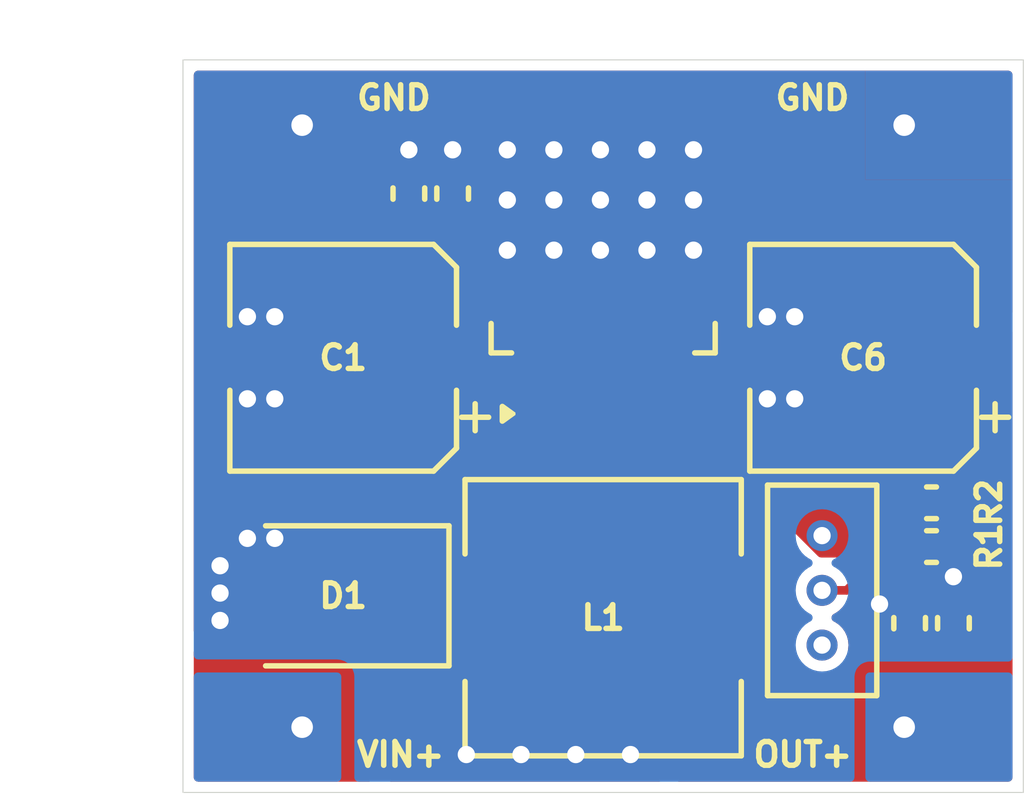
<source format=kicad_pcb>
(kicad_pcb (version 20240108) (generator "pcbnew") (generator_version "8.0")
  (layers (0 "F.Cu" signal) (31 "B.Cu" signal) (34 "B.Paste" user) (35 "F.Paste" user) (36 "B.SilkS" user "B.Silkscreen") (37 "F.SilkS" user "F.Silkscreen") (38 "B.Mask" user) (39 "F.Mask" user) (44 "Edge.Cuts" user))
  (net 0 "")
  (net 1 "GND")
  (net 2 "VIN")
  (net 3 "VOUT")
  (net 4 "/TRIM")
  (net 5 "FB")
  (net 7 "/OUT")
  (footprint "Capacitor_SMD:CP_Elec_10x10" (layer "F.Cu") (at 177.165 74.295 180)
    (property "Reference" "C6" (at 0 0 360) (layer "F.SilkS") (effects (font (size 1.1 1.1) (thickness 0.254))))
    (property "Value" ">330u")
    (fp_line (start 5.26 5.26) (end 5.26 1.51) (stroke (width 0.254)) (layer "F.SilkS"))
    (fp_line (start 5.26 -5.26) (end 5.26 -1.51) (stroke (width 0.254)) (layer "F.SilkS"))
    (fp_line (start -4.195563 5.26) (end 5.26 5.26) (stroke (width 0.254)) (layer "F.SilkS"))
    (fp_line (start -4.195563 -5.26) (end 5.26 -5.26) (stroke (width 0.254)) (layer "F.SilkS"))
    (fp_line (start -5.26 4.195563) (end -4.195563 5.26) (stroke (width 0.254)) (layer "F.SilkS"))
    (fp_line (start -5.26 4.195563) (end -5.26 1.51) (stroke (width 0.254)) (layer "F.SilkS"))
    (fp_line (start -5.26 -4.195563) (end -4.195563 -5.26) (stroke (width 0.254)) (layer "F.SilkS"))
    (fp_line (start -5.26 -4.195563) (end -5.26 -1.51) (stroke (width 0.254)) (layer "F.SilkS"))
    (fp_line (start -6.125 -3.384999) (end -6.125 -2.135) (stroke (width 0.254)) (layer "F.SilkS"))
    (fp_line (start -6.75 -2.76) (end -5.5 -2.76) (stroke (width 0.254)) (layer "F.SilkS"))
    (pad "1" smd roundrect (at -4 0 180) (size 4 2.5) (layers "F.Cu" "F.Paste" "F.Mask") (roundrect_rratio 0.1) (net 3 "VOUT"))
    (pad "2" smd roundrect (at 4 0 180) (size 4 2.5) (layers "F.Cu" "F.Paste" "F.Mask") (roundrect_rratio 0.1) (net 1 "GND"))
  )
  (footprint "Capacitor_SMD:CP_Elec_10x10" (layer "F.Cu") (at 153.035 74.295 180)
    (property "Reference" "C1" (at 0 0 360) (layer "F.SilkS") (effects (font (size 1.1 1.1) (thickness 0.254))))
    (property "Value" ">100u")
    (fp_line (start 5.26 5.26) (end 5.26 1.51) (stroke (width 0.254)) (layer "F.SilkS"))
    (fp_line (start 5.26 -5.26) (end 5.26 -1.51) (stroke (width 0.254)) (layer "F.SilkS"))
    (fp_line (start -4.195563 5.26) (end 5.26 5.26) (stroke (width 0.254)) (layer "F.SilkS"))
    (fp_line (start -4.195563 -5.26) (end 5.26 -5.26) (stroke (width 0.254)) (layer "F.SilkS"))
    (fp_line (start -5.26 4.195563) (end -4.195563 5.26) (stroke (width 0.254)) (layer "F.SilkS"))
    (fp_line (start -5.26 4.195563) (end -5.26 1.51) (stroke (width 0.254)) (layer "F.SilkS"))
    (fp_line (start -5.26 -4.195563) (end -4.195563 -5.26) (stroke (width 0.254)) (layer "F.SilkS"))
    (fp_line (start -5.26 -4.195563) (end -5.26 -1.51) (stroke (width 0.254)) (layer "F.SilkS"))
    (fp_line (start -6.125 -3.384999) (end -6.125 -2.135) (stroke (width 0.254)) (layer "F.SilkS"))
    (fp_line (start -6.75 -2.76) (end -5.5 -2.76) (stroke (width 0.254)) (layer "F.SilkS"))
    (pad "1" smd roundrect (at -4 0 180) (size 4 2.5) (layers "F.Cu" "F.Paste" "F.Mask") (roundrect_rratio 0.1) (net 2 "VIN"))
    (pad "2" smd roundrect (at 4 0 180) (size 4 2.5) (layers "F.Cu" "F.Paste" "F.Mask") (roundrect_rratio 0.1) (net 1 "GND"))
  )
  (footprint "Capacitor_SMD:C_0805_2012Metric" (layer "F.Cu") (at 158.115 66.675 90)
    (property "Reference" "C2" (hide yes))
    (property "Value" "10u")
    (fp_line (start -0.261253 -0.735) (end 0.261253 -0.735) (stroke (width 0.254)) (layer "F.SilkS"))
    (fp_line (start -0.261253 0.735) (end 0.261253 0.735) (stroke (width 0.254)) (layer "F.SilkS"))
    (pad "1" smd roundrect (at -0.949999 0 90) (size 1 1.45) (layers "F.Cu" "F.Paste" "F.Mask") (net 2 "VIN"))
    (pad "2" smd roundrect (at 0.949999 0 90) (size 1 1.45) (layers "F.Cu" "F.Paste" "F.Mask") (net 1 "GND"))
  )
  (footprint "Capacitor_SMD:C_0805_2012Metric" (layer "F.Cu") (at 181.356 86.614 90)
    (property "Reference" "C4" (hide yes))
    (property "Value" ".1u")
    (fp_line (start -0.261253 -0.735) (end 0.261253 -0.735) (stroke (width 0.254)) (layer "F.SilkS"))
    (fp_line (start -0.261253 0.735) (end 0.261253 0.735) (stroke (width 0.254)) (layer "F.SilkS"))
    (pad "1" smd roundrect (at -0.949999 0 90) (size 1 1.45) (layers "F.Cu" "F.Paste" "F.Mask") (net 3 "VOUT"))
    (pad "2" smd roundrect (at 0.949999 0 90) (size 1 1.45) (layers "F.Cu" "F.Paste" "F.Mask") (net 1 "GND"))
  )
  (footprint "Capacitor_SMD:C_0805_2012Metric" (layer "F.Cu") (at 179.324 86.614 90)
    (property "Reference" "C5" (hide yes))
    (property "Value" "10u")
    (fp_line (start -0.261253 -0.735) (end 0.261253 -0.735) (stroke (width 0.254)) (layer "F.SilkS"))
    (fp_line (start -0.261253 0.735) (end 0.261253 0.735) (stroke (width 0.254)) (layer "F.SilkS"))
    (pad "1" smd roundrect (at -0.949999 0 90) (size 1 1.45) (layers "F.Cu" "F.Paste" "F.Mask") (net 3 "VOUT"))
    (pad "2" smd roundrect (at 0.949999 0 90) (size 1 1.45) (layers "F.Cu" "F.Paste" "F.Mask") (net 1 "GND"))
  )
  (footprint "Connector_PinHeader_2.54mm:PinHeader_1x01_P2.54mm_Vertical" (layer "F.Cu") (at 179.07 91.44)
    (property "Reference" "J3" (hide yes))
    (property "Value" "Conn_01x01")
    (pad "1" thru_hole rect (at 0 0) (size 1.7 1.7) (drill 1) (layers "*.Cu" "*.Mask" "In1.Cu" "In2.Cu" "In3.Cu" "In4.Cu" "In5.Cu" "In6.Cu" "In7.Cu" "In8.Cu" "In9.Cu" "In10.Cu" "In11.Cu" "In12.Cu" "In13.Cu" "In14.Cu" "In15.Cu" "In16.Cu" "In17.Cu" "In18.Cu" "In19.Cu" "In20.Cu" "In21.Cu" "In22.Cu" "In23.Cu" "In24.Cu" "In25.Cu" "In26.Cu" "In27.Cu" "In28.Cu" "In29.Cu" "In30.Cu") (net 3 "VOUT"))
  )
  (footprint "Inductor_SMD:L_SXN_SMDRI127" (layer "F.Cu") (at 165.1 86.36)
    (property "Reference" "L1" (at 0 0 0) (layer "F.SilkS") (effects (font (size 1.1 1.1) (thickness 0.254))))
    (property "Value" "330u")
    (fp_line (start -6.41 -6.41) (end -6.41 -2.96) (stroke (width 0.254)) (layer "F.SilkS"))
    (fp_line (start -6.41 -6.41) (end 6.41 -6.41) (stroke (width 0.254)) (layer "F.SilkS"))
    (fp_line (start -6.41 6.41) (end -6.41 2.96) (stroke (width 0.254)) (layer "F.SilkS"))
    (fp_line (start -6.41 6.41) (end 6.41 6.41) (stroke (width 0.254)) (layer "F.SilkS"))
    (fp_line (start 6.41 -6.41) (end 6.41 -2.96) (stroke (width 0.254)) (layer "F.SilkS"))
    (fp_line (start 6.41 6.41) (end 6.41 2.96) (stroke (width 0.254)) (layer "F.SilkS"))
    (pad "1" smd roundrect (at -4.95 0) (size 2.9 5.4) (layers "F.Cu" "F.Paste" "F.Mask") (roundrect_rratio 0.086207) (net 7 "/OUT"))
    (pad "2" smd roundrect (at 4.95 0) (size 2.9 5.4) (layers "F.Cu" "F.Paste" "F.Mask") (roundrect_rratio 0.086207) (net 3 "VOUT"))
  )
  (footprint "Resistor_SMD:R_0805_2012Metric" (layer "F.Cu") (at 180.34 81.026 180)
    (property "Reference" "R2" (at -2.667 0 90) (layer "F.SilkS") (effects (font (size 1.1 1.1) (thickness 0.254))))
    (property "Value" "1k5")
    (fp_line (start -0.227064 0.735) (end 0.227064 0.735) (stroke (width 0.254)) (layer "F.SilkS"))
    (fp_line (start -0.227064 -0.735) (end 0.227064 -0.735) (stroke (width 0.254)) (layer "F.SilkS"))
    (pad "1" smd roundrect (at -0.9125 0 180) (size 1.025 1.4) (layers "F.Cu" "F.Paste" "F.Mask") (roundrect_rratio 0.243902) (net 3 "VOUT"))
    (pad "2" smd roundrect (at 0.9125 0 180) (size 1.025 1.4) (layers "F.Cu" "F.Paste" "F.Mask") (roundrect_rratio 0.243902) (net 5 "FB"))
  )
  (footprint "Resistor_SMD:R_0805_2012Metric" (layer "F.Cu") (at 180.34 83.058)
    (property "Reference" "R1" (at 2.667 0 90) (layer "F.SilkS") (effects (font (size 1.1 1.1) (thickness 0.254))))
    (property "Value" "1k")
    (fp_line (start -0.227064 -0.735) (end 0.227064 -0.735) (stroke (width 0.254)) (layer "F.SilkS"))
    (fp_line (start -0.227064 0.735) (end 0.227064 0.735) (stroke (width 0.254)) (layer "F.SilkS"))
    (pad "1" smd roundrect (at -0.9125 0) (size 1.025 1.4) (layers "F.Cu" "F.Paste" "F.Mask") (roundrect_rratio 0.243902) (net 4 "/TRIM"))
    (pad "2" smd roundrect (at 0.9125 0) (size 1.025 1.4) (layers "F.Cu" "F.Paste" "F.Mask") (roundrect_rratio 0.243902) (net 1 "GND"))
  )
  (footprint "Potentiometer_THT:Potentiometer_Bourns_3296W_Vertical" (layer "F.Cu") (at 175.26 82.55 90)
    (property "Reference" "RV1" (hide yes))
    (property "Value" "10k")
    (fp_line (start 2.345 -2.53) (end 2.345 2.54) (stroke (width 0.254)) (layer "F.SilkS"))
    (fp_line (start -7.425 -2.53) (end 2.345 -2.53) (stroke (width 0.254)) (layer "F.SilkS"))
    (fp_line (start -7.425 -2.53) (end -7.425 2.54) (stroke (width 0.254)) (layer "F.SilkS"))
    (fp_line (start -7.425 2.54) (end 2.345 2.54) (stroke (width 0.254)) (layer "F.SilkS"))
    (pad "1" thru_hole circle (at 0 0 90) (size 1.44 1.44) (drill 0.8) (layers "*.Cu" "*.Mask" "In1.Cu" "In2.Cu" "In3.Cu" "In4.Cu" "In5.Cu" "In6.Cu" "In7.Cu" "In8.Cu" "In9.Cu" "In10.Cu" "In11.Cu" "In12.Cu" "In13.Cu" "In14.Cu" "In15.Cu" "In16.Cu" "In17.Cu" "In18.Cu" "In19.Cu" "In20.Cu" "In21.Cu" "In22.Cu" "In23.Cu" "In24.Cu" "In25.Cu" "In26.Cu" "In27.Cu" "In28.Cu" "In29.Cu" "In30.Cu") (net 5 "FB"))
    (pad "2" thru_hole circle (at -2.54 0 90) (size 1.44 1.44) (drill 0.8) (layers "*.Cu" "*.Mask" "In1.Cu" "In2.Cu" "In3.Cu" "In4.Cu" "In5.Cu" "In6.Cu" "In7.Cu" "In8.Cu" "In9.Cu" "In10.Cu" "In11.Cu" "In12.Cu" "In13.Cu" "In14.Cu" "In15.Cu" "In16.Cu" "In17.Cu" "In18.Cu" "In19.Cu" "In20.Cu" "In21.Cu" "In22.Cu" "In23.Cu" "In24.Cu" "In25.Cu" "In26.Cu" "In27.Cu" "In28.Cu" "In29.Cu" "In30.Cu") (net 4 "/TRIM"))
    (pad "3" thru_hole circle (at -5.079999 0 90) (size 1.44 1.44) (drill 0.8) (layers "*.Cu" "*.Mask" "In1.Cu" "In2.Cu" "In3.Cu" "In4.Cu" "In5.Cu" "In6.Cu" "In7.Cu" "In8.Cu" "In9.Cu" "In10.Cu" "In11.Cu" "In12.Cu" "In13.Cu" "In14.Cu" "In15.Cu" "In16.Cu" "In17.Cu" "In18.Cu" "In19.Cu" "In20.Cu" "In21.Cu" "In22.Cu" "In23.Cu" "In24.Cu" "In25.Cu" "In26.Cu" "In27.Cu" "In28.Cu" "In29.Cu" "In30.Cu"))
  )
  (footprint "Connector_PinHeader_2.54mm:PinHeader_1x01_P2.54mm_Vertical" (layer "F.Cu") (at 179.07 63.5)
    (property "Reference" "J4" (hide yes))
    (property "Value" "Conn_01x01")
    (pad "1" thru_hole rect (at 0 0) (size 1.7 1.7) (drill 1) (layers "*.Cu" "*.Mask" "In1.Cu" "In2.Cu" "In3.Cu" "In4.Cu" "In5.Cu" "In6.Cu" "In7.Cu" "In8.Cu" "In9.Cu" "In10.Cu" "In11.Cu" "In12.Cu" "In13.Cu" "In14.Cu" "In15.Cu" "In16.Cu" "In17.Cu" "In18.Cu" "In19.Cu" "In20.Cu" "In21.Cu" "In22.Cu" "In23.Cu" "In24.Cu" "In25.Cu" "In26.Cu" "In27.Cu" "In28.Cu" "In29.Cu" "In30.Cu") (net 1 "GND"))
  )
  (footprint "Package_TO_SOT_SMD:TO-263-5_TabPin3" (layer "F.Cu") (at 165.1 69.245 90)
    (property "Reference" "U1" (hide yes))
    (property "Value" "LM2576HVS-ADJ")
    (fp_line (start -3.46 -5.2) (end -4.825 -5.2) (stroke (width 0.254)) (layer "F.SilkS"))
    (fp_line (start -4.825 -5.2) (end -4.825 -4.25) (stroke (width 0.254)) (layer "F.SilkS"))
    (fp_line (start -3.46 5.2) (end -4.825 5.2) (stroke (width 0.254)) (layer "F.SilkS"))
    (fp_line (start -4.825 5.2) (end -4.825 4.25) (stroke (width 0.254)) (layer "F.SilkS"))
    (fp_poly (pts (xy -7.649999 -4.21) (xy -7.99 -4.68) (xy -7.31 -4.68) (xy -7.649999 -4.21)) (stroke (width 0.254)) (fill solid) (layer "F.SilkS"))
    (pad "1" smd roundrect (at -7.65 -3.4 90) (size 4.6 1.07) (layers "F.Cu" "F.Paste" "F.Mask") (roundrect_rratio 0.227273) (net 2 "VIN"))
    (pad "2" smd roundrect (at -7.649999 -1.7 90) (size 4.6 1.07) (layers "F.Cu" "F.Paste" "F.Mask") (roundrect_rratio 0.227273) (net 7 "/OUT"))
    (pad "3" smd roundrect (at -7.65 0 90) (size 4.6 1.07) (layers "F.Cu" "F.Paste" "F.Mask") (roundrect_rratio 0.227273) (net 1 "GND"))
    (pad "3" smd roundrect (at -0.925 -2.775 90) (size 4.55 5.25) (layers "F.Cu" "F.Paste") (roundrect_rratio 0.054945) (net 1 "GND"))
    (pad "3" smd roundrect (at -0.925 2.775 90) (size 4.55 5.25) (layers "F.Cu" "F.Paste") (roundrect_rratio 0.054945) (net 1 "GND"))
    (pad "3" smd roundrect (at 1.5 0 90) (size 9.4 10.8) (layers "*.Mask" "F.Cu") (roundrect_rratio 0.026596) (net 1 "GND"))
    (pad "3" smd roundrect (at 3.925 -2.775 90) (size 4.55 5.25) (layers "F.Cu" "F.Paste") (roundrect_rratio 0.054945) (net 1 "GND"))
    (pad "3" smd roundrect (at 3.925 2.775 90) (size 4.55 5.25) (layers "F.Cu" "F.Paste") (roundrect_rratio 0.054945) (net 1 "GND"))
    (pad "4" smd roundrect (at -7.649999 1.7 90) (size 4.6 1.07) (layers "F.Cu" "F.Paste" "F.Mask") (roundrect_rratio 0.227273) (net 5 "FB"))
    (pad "5" smd roundrect (at -7.65 3.4 90) (size 4.6 1.07) (layers "F.Cu" "F.Paste" "F.Mask") (roundrect_rratio 0.227273) (net 1 "GND"))
  )
  (footprint "Diode_SMD:D_SMC" (layer "F.Cu") (at 153.035 85.344 180)
    (property "Reference" "D1" (at 0 0 360) (layer "F.SilkS") (effects (font (size 1.1 1.1) (thickness 0.254))))
    (property "Value" ">3 A")
    (fp_line (start -4.91 3.25) (end 3.599999 3.25) (stroke (width 0.254)) (layer "F.SilkS"))
    (fp_line (start -4.91 3.25) (end -4.91 -3.25) (stroke (width 0.254)) (layer "F.SilkS"))
    (fp_line (start -4.91 -3.25) (end 3.599999 -3.25) (stroke (width 0.254)) (layer "F.SilkS"))
    (pad "1" smd roundrect (at -3.4 0 270) (size 3.3 2.5) (layers "F.Cu" "F.Paste" "F.Mask") (roundrect_rratio 0.1) (net 7 "/OUT"))
    (pad "2" smd roundrect (at 3.4 0 270) (size 3.3 2.5) (layers "F.Cu" "F.Paste" "F.Mask") (roundrect_rratio 0.1) (net 1 "GND"))
  )
  (footprint "Capacitor_SMD:C_0805_2012Metric" (layer "F.Cu") (at 156.083 66.675 90)
    (property "Reference" "C3" (hide yes))
    (property "Value" ".1u")
    (fp_line (start -0.261253 -0.735) (end 0.261253 -0.735) (stroke (width 0.254)) (layer "F.SilkS"))
    (fp_line (start -0.261253 0.735) (end 0.261253 0.735) (stroke (width 0.254)) (layer "F.SilkS"))
    (pad "1" smd roundrect (at -0.949999 0 90) (size 1 1.45) (layers "F.Cu" "F.Paste" "F.Mask") (net 2 "VIN"))
    (pad "2" smd roundrect (at 0.949999 0 90) (size 1 1.45) (layers "F.Cu" "F.Paste" "F.Mask") (net 1 "GND"))
  )
  (footprint "Connector_PinHeader_2.54mm:PinHeader_1x01_P2.54mm_Vertical" (layer "F.Cu") (at 151.13 63.5)
    (property "Reference" "J2" (hide yes))
    (property "Value" "Conn_01x01")
    (pad "1" thru_hole rect (at 0 0) (size 1.7 1.7) (drill 1) (layers "*.Cu" "*.Mask" "In1.Cu" "In2.Cu" "In3.Cu" "In4.Cu" "In5.Cu" "In6.Cu" "In7.Cu" "In8.Cu" "In9.Cu" "In10.Cu" "In11.Cu" "In12.Cu" "In13.Cu" "In14.Cu" "In15.Cu" "In16.Cu" "In17.Cu" "In18.Cu" "In19.Cu" "In20.Cu" "In21.Cu" "In22.Cu" "In23.Cu" "In24.Cu" "In25.Cu" "In26.Cu" "In27.Cu" "In28.Cu" "In29.Cu" "In30.Cu") (net 1 "GND"))
  )
  (footprint "Connector_PinHeader_2.54mm:PinHeader_1x01_P2.54mm_Vertical" (layer "F.Cu") (at 151.13 91.44)
    (property "Reference" "J1" (hide yes))
    (property "Value" "Conn_01x01")
    (pad "1" thru_hole rect (at 0 0) (size 1.7 1.7) (drill 1) (layers "*.Cu" "*.Mask" "In1.Cu" "In2.Cu" "In3.Cu" "In4.Cu" "In5.Cu" "In6.Cu" "In7.Cu" "In8.Cu" "In9.Cu" "In10.Cu" "In11.Cu" "In12.Cu" "In13.Cu" "In14.Cu" "In15.Cu" "In16.Cu" "In17.Cu" "In18.Cu" "In19.Cu" "In20.Cu" "In21.Cu" "In22.Cu" "In23.Cu" "In24.Cu" "In25.Cu" "In26.Cu" "In27.Cu" "In28.Cu" "In29.Cu" "In30.Cu") (net 2 "VIN"))
  )
  (gr_rect (start 145.6 60.47) (end 184.6 94.47) (stroke (width 0.05)) (fill none) (layer "Edge.Cuts"))
  (gr_text "VIN+" (at 153.543 92.71 0) (layer "F.SilkS") (effects (font (size 1.1 1.1) (thickness 0.254) (bold yes)) (justify left)))
  (gr_text "OUT+" (at 176.784 92.71 0) (layer "F.SilkS") (effects (font (size 1.1 1.1) (thickness 0.254) (bold yes)) (justify right)))
  (gr_text "GND" (at 153.543 62.23 0) (layer "F.SilkS") (effects (font (size 1.1 1.1) (thickness 0.254) (bold yes)) (justify left)))
  (gr_text "GND" (at 176.657 62.23 0) (layer "F.SilkS") (effects (font (size 1.1 1.1) (thickness 0.254) (bold yes)) (justify right)))
  (via (at 149.86 76.2) (size 1.27) (drill 0.8) (layers "F.Cu" "B.Cu") (net 1))
  (via (at 158.75 92.71) (size 1.27) (drill 0.8) (layers "F.Cu" "B.Cu") (net 1))
  (via (at 166.37 92.71) (size 1.27) (drill 0.8) (layers "F.Cu" "B.Cu") (net 1))
  (via (at 169.293 64.643) (size 1.27) (drill 0.8) (layers "F.Cu" "B.Cu") (net 1))
  (via (at 172.72 72.39) (size 1.27) (drill 0.8) (layers "F.Cu" "B.Cu") (net 1))
  (via (at 164.973 69.303) (size 1.27) (drill 0.8) (layers "F.Cu" "B.Cu") (net 1))
  (via (at 163.83 92.71) (size 1.27) (drill 0.8) (layers "F.Cu" "B.Cu") (net 1))
  (via (at 147.32 83.947) (size 1.27) (drill 0.8) (layers "F.Cu" "B.Cu") (net 1))
  (via (at 148.59 76.2) (size 1.27) (drill 0.8) (layers "F.Cu" "B.Cu") (net 1))
  (via (at 164.973 64.643) (size 1.27) (drill 0.8) (layers "F.Cu" "B.Cu") (net 1))
  (via (at 173.99 72.39) (size 1.27) (drill 0.8) (layers "F.Cu" "B.Cu") (net 1))
  (via (at 177.927 85.725) (size 1.27) (drill 0.8) (layers "F.Cu" "B.Cu") (net 1))
  (via (at 148.59 82.677) (size 1.27) (drill 0.8) (layers "F.Cu" "B.Cu") (net 1))
  (via (at 181.356 84.455) (size 1.27) (drill 0.8) (layers "F.Cu" "B.Cu") (net 1))
  (via (at 149.86 72.39) (size 1.27) (drill 0.8) (layers "F.Cu" "B.Cu") (net 1))
  (via (at 172.72 76.2) (size 1.27) (drill 0.8) (layers "F.Cu" "B.Cu") (net 1))
  (via (at 147.32 85.217) (size 1.27) (drill 0.8) (layers "F.Cu" "B.Cu") (net 1))
  (via (at 148.59 72.39) (size 1.27) (drill 0.8) (layers "F.Cu" "B.Cu") (net 1))
  (via (at 160.653 69.303) (size 1.27) (drill 0.8) (layers "F.Cu" "B.Cu") (net 1))
  (via (at 162.813 69.303) (size 1.27) (drill 0.8) (layers "F.Cu" "B.Cu") (net 1))
  (via (at 164.973 66.973) (size 1.27) (drill 0.8) (layers "F.Cu" "B.Cu") (net 1))
  (via (at 169.293 69.303) (size 1.27) (drill 0.8) (layers "F.Cu" "B.Cu") (net 1))
  (via (at 162.813 66.973) (size 1.27) (drill 0.8) (layers "F.Cu" "B.Cu") (net 1))
  (via (at 169.293 66.973) (size 1.27) (drill 0.8) (layers "F.Cu" "B.Cu") (net 1))
  (via (at 167.133 64.643) (size 1.27) (drill 0.8) (layers "F.Cu" "B.Cu") (net 1))
  (via (at 149.86 82.677) (size 1.27) (drill 0.8) (layers "F.Cu" "B.Cu") (net 1))
  (via (at 162.813 64.643) (size 1.27) (drill 0.8) (layers "F.Cu" "B.Cu") (net 1))
  (via (at 147.32 86.487) (size 1.27) (drill 0.8) (layers "F.Cu" "B.Cu") (net 1))
  (via (at 156.083 64.643) (size 1.27) (drill 0.8) (layers "F.Cu" "B.Cu") (net 1))
  (via (at 161.29 92.71) (size 1.27) (drill 0.8) (layers "F.Cu" "B.Cu") (net 1))
  (via (at 160.653 64.643) (size 1.27) (drill 0.8) (layers "F.Cu" "B.Cu") (net 1))
  (via (at 173.99 76.2) (size 1.27) (drill 0.8) (layers "F.Cu" "B.Cu") (net 1))
  (via (at 167.133 69.303) (size 1.27) (drill 0.8) (layers "F.Cu" "B.Cu") (net 1))
  (via (at 160.653 66.973) (size 1.27) (drill 0.8) (layers "F.Cu" "B.Cu") (net 1))
  (via (at 167.133 66.973) (size 1.27) (drill 0.8) (layers "F.Cu" "B.Cu") (net 1))
  (via (at 158.115 64.643) (size 1.27) (drill 0.8) (layers "F.Cu" "B.Cu") (net 1))
  (segment (start 179.4275 83.058) (end 178.435 83.058) (width 0.4) (layer "F.Cu") (net 4))
  (segment (start 176.403 85.09) (end 175.26 85.09) (width 0.4) (layer "F.Cu") (net 4))
  (segment (start 178.435 83.058) (end 176.403 85.09) (width 0.4) (layer "F.Cu") (net 4))
  (zone (net 0) (net_name "") (layer "F.Cu") (connect_pads yes (clearance 0)) (min_thickness 0.4)
    (keepout (tracks not_allowed) (vias not_allowed) (pads not_allowed) (copperpour not_allowed) (footprints allowed))
    (fill (thermal_gap 0.5) (thermal_bridge_width 0.6))
    (polygon (pts (xy 173.482 83.947) (xy 175.133 83.947) (xy 175.133 83.566) (xy 173.355 81.788) (xy 167.767 81.788) (xy 165.735 79.756) (xy 165.735 81.519061) (xy 168.028055 83.947) (xy 168.402 83.947) (xy 168.783 83.566) (xy 173.101 83.566)))
  )
  (zone (net 3) (net_name "VOUT") (layer "F.Cu") (priority 4) (connect_pads yes (clearance 0.5)) (min_thickness 0.4) (fill yes (thermal_gap 0.5) (thermal_bridge_width 0.5))
    (polygon (pts (xy 168.783 83.566) (xy 168.402 83.947) (xy 168.402 94.488) (xy 168.529 94.615) (xy 183.681 94.615) (xy 184.15 94.146) (xy 184.15 87.376) (xy 183.769 86.995) (xy 178.127 86.995) (xy 177.673 87.449) (xy 177.673 87.884) (xy 176.657 88.9) (xy 174.498 88.9) (xy 173.482 87.884) (xy 173.482 83.947) (xy 173.101 83.566)))
  )
  (zone (net 7) (net_name "/OUT") (layer "F.Cu") (priority 2) (connect_pads yes (clearance 0.5)) (min_thickness 0.4) (fill yes (thermal_gap 0.5) (thermal_bridge_width 0.5))
    (polygon (pts (xy 155.067 81.153) (xy 156.337 79.883) (xy 162.179 79.883) (xy 162.814 79.248) (xy 162.814 74.676) (xy 163.068 74.422) (xy 163.83 74.422) (xy 163.957 74.549) (xy 163.957 88.9) (xy 163.703 89.154) (xy 155.321 89.154) (xy 155.067 88.9)))
  )
  (zone (net 2) (net_name "VIN") (layer "F.Cu") (priority 3) (connect_pads yes (clearance 0.6)) (min_thickness 0.4) (fill yes (thermal_gap 0.5) (thermal_bridge_width 0.6))
    (polygon (pts (xy 162.306 78.994) (xy 162.306 74.549) (xy 161.033 73.276) (xy 159.382 73.276) (xy 158.877 72.771) (xy 158.877 67.31) (xy 158.623 67.056) (xy 155.575 67.056) (xy 155.321 67.31) (xy 155.321 72.263) (xy 154.813 72.771) (xy 154.813 75.311) (xy 155.321 75.819) (xy 159.639 75.819) (xy 160.02 76.2) (xy 160.02 78.994) (xy 160.274 79.248) (xy 162.052 79.248)))
  )
  (zone (net 5) (net_name "FB") (layer "F.Cu") (priority 6) (connect_pads yes (clearance 0.5)) (min_thickness 0.4) (fill yes (thermal_gap 0.5) (thermal_bridge_width 0.5))
    (polygon (pts (xy 167.386 79.248) (xy 168.402 80.264) (xy 179.832 80.264) (xy 179.959 80.391) (xy 179.959 81.661) (xy 179.832 81.788) (xy 178.562 81.788) (xy 176.784 83.566) (xy 175.133 83.566) (xy 173.355 81.788) (xy 167.767 81.788) (xy 166.243 80.264) (xy 166.243 74.676) (xy 166.37 74.549) (xy 167.259 74.549) (xy 167.386 74.676)))
  )
  (zone (net 2) (net_name "VIN") (layer "F.Cu") (priority 8) (connect_pads yes (clearance 0.6)) (min_thickness 0.4) (fill yes (thermal_gap 0.5) (thermal_bridge_width 0.6))
    (polygon (pts (xy 161.036 79.248) (xy 156.083 79.248) (xy 154.432 80.899) (xy 154.432 94.615) (xy 146.05 94.615) (xy 146.05 87.757) (xy 150.876 87.757) (xy 151.638 86.995) (xy 151.638 74.2815) (xy 153.1485 72.771) (xy 158.877 72.771) (xy 161.036 74.93)))
  )
  (zone (net 3) (net_name "VOUT") (layer "F.Cu") (priority 7) (connect_pads yes (clearance 0.5)) (min_thickness 0.4) (fill yes (thermal_gap 0.5) (thermal_bridge_width 0.5))
    (polygon (pts (xy 179.07 73.152) (xy 179.324 72.898) (xy 184.15 72.898) (xy 184.15 87.63) (xy 182.88 87.63) (xy 182.88 82.296) (xy 182.372 81.788) (xy 180.848 81.788) (xy 180.721 81.661) (xy 180.721 80.391) (xy 180.086 79.756) (xy 179.324 79.756) (xy 179.07 79.502)))
  )
  (zone (net 1) (net_name "GND") (layers "F.Cu" "B.Cu") (priority 1) (connect_pads yes (clearance 0.5)) (min_thickness 0.4) (fill yes (thermal_gap 0.5) (thermal_bridge_width 0.5))
    (polygon (pts (xy 146.05 60.325) (xy 184.15 60.325) (xy 184.15 94.615) (xy 146.05 94.615)))
  )
  (zone (net 2) (net_name "VIN") (layer "B.Cu") (priority 8) (connect_pads yes (clearance 0.6)) (min_thickness 0.4) (fill yes (thermal_gap 0.5) (thermal_bridge_width 0.6))
    (polygon (pts (xy 146.05 88.9) (xy 152.947 88.9) (xy 152.947 93.98) (xy 146.05 93.98)))
  )
  (zone (net 1) (net_name "GND") (layer "B.Cu") (priority 8) (connect_pads yes (clearance 0.5)) (min_thickness 0.4) (fill yes (thermal_gap 0.5) (thermal_bridge_width 0.5))
    (polygon (pts (xy 177.27 60.96) (xy 184.15 60.96) (xy 184.15 66.04) (xy 177.27 66.04)))
  )
  (zone (net 3) (net_name "VOUT") (layer "B.Cu") (priority 8) (connect_pads yes (clearance 0.5)) (min_thickness 0.4) (fill yes (thermal_gap 0.5) (thermal_bridge_width 0.5))
    (polygon (pts (xy 177.27 88.9) (xy 184.15 88.9) (xy 184.15 93.98) (xy 177.27 93.98)))
  )
)
</source>
